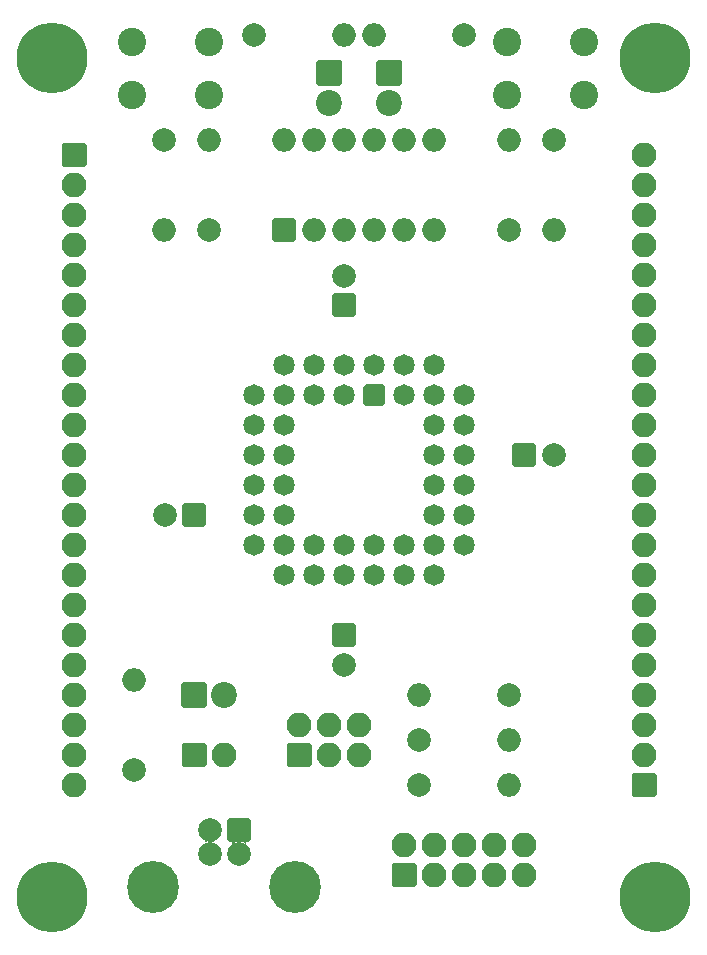
<source format=gbr>
%TF.GenerationSoftware,KiCad,Pcbnew,(5.1.7)-1*%
%TF.CreationDate,2022-07-04T22:41:30-03:00*%
%TF.ProjectId,ATF1502BR,41544631-3530-4324-9252-2e6b69636164,rev?*%
%TF.SameCoordinates,Original*%
%TF.FileFunction,Soldermask,Top*%
%TF.FilePolarity,Negative*%
%FSLAX46Y46*%
G04 Gerber Fmt 4.6, Leading zero omitted, Abs format (unit mm)*
G04 Created by KiCad (PCBNEW (5.1.7)-1) date 2022-07-04 22:41:30*
%MOMM*%
%LPD*%
G01*
G04 APERTURE LIST*
%ADD10C,6.000000*%
%ADD11C,4.400000*%
%ADD12C,2.000000*%
%ADD13O,2.000000X2.000000*%
%ADD14C,2.200000*%
%ADD15O,2.100000X2.100000*%
%ADD16C,2.400000*%
%ADD17C,1.822400*%
%ADD18C,0.100000*%
G04 APERTURE END LIST*
D10*
%TO.C,REF\u002A\u002A*%
X24500000Y-95500000D03*
%TD*%
%TO.C,REF\u002A\u002A*%
X75500000Y-95500000D03*
%TD*%
%TO.C,REF\u002A\u002A*%
X75500000Y-24500000D03*
%TD*%
%TO.C,REF\u002A\u002A*%
X24500000Y-24500000D03*
%TD*%
D11*
%TO.C,J1*%
X45070000Y-94710000D03*
X33070000Y-94710000D03*
D12*
X40320000Y-91850000D03*
X37820000Y-91850000D03*
X37820000Y-89850000D03*
G36*
G01*
X39320000Y-90650000D02*
X39320000Y-89050000D01*
G75*
G02*
X39520000Y-88850000I200000J0D01*
G01*
X41120000Y-88850000D01*
G75*
G02*
X41320000Y-89050000I0J-200000D01*
G01*
X41320000Y-90650000D01*
G75*
G02*
X41120000Y-90850000I-200000J0D01*
G01*
X39520000Y-90850000D01*
G75*
G02*
X39320000Y-90650000I0J200000D01*
G01*
G37*
%TD*%
D13*
%TO.C,R14*%
X31430000Y-77150000D03*
D12*
X31430000Y-84770000D03*
%TD*%
D14*
%TO.C,D8*%
X39050000Y-78420000D03*
G36*
G01*
X35410000Y-79320000D02*
X35410000Y-77520000D01*
G75*
G02*
X35610000Y-77320000I200000J0D01*
G01*
X37410000Y-77320000D01*
G75*
G02*
X37610000Y-77520000I0J-200000D01*
G01*
X37610000Y-79320000D01*
G75*
G02*
X37410000Y-79520000I-200000J0D01*
G01*
X35610000Y-79520000D01*
G75*
G02*
X35410000Y-79320000I0J200000D01*
G01*
G37*
%TD*%
D15*
%TO.C,J6*%
X50480000Y-80960000D03*
X50480000Y-83500000D03*
X47940000Y-80960000D03*
X47940000Y-83500000D03*
X45400000Y-80960000D03*
G36*
G01*
X46250000Y-84550000D02*
X44550000Y-84550000D01*
G75*
G02*
X44350000Y-84350000I0J200000D01*
G01*
X44350000Y-82650000D01*
G75*
G02*
X44550000Y-82450000I200000J0D01*
G01*
X46250000Y-82450000D01*
G75*
G02*
X46450000Y-82650000I0J-200000D01*
G01*
X46450000Y-84350000D01*
G75*
G02*
X46250000Y-84550000I-200000J0D01*
G01*
G37*
%TD*%
D13*
%TO.C,SW1*%
X44130000Y-31430000D03*
X56830000Y-39050000D03*
X46670000Y-31430000D03*
X54290000Y-39050000D03*
X49210000Y-31430000D03*
X51750000Y-39050000D03*
X51750000Y-31430000D03*
X49210000Y-39050000D03*
X54290000Y-31430000D03*
X46670000Y-39050000D03*
X56830000Y-31430000D03*
G36*
G01*
X44930000Y-40050000D02*
X43330000Y-40050000D01*
G75*
G02*
X43130000Y-39850000I0J200000D01*
G01*
X43130000Y-38250000D01*
G75*
G02*
X43330000Y-38050000I200000J0D01*
G01*
X44930000Y-38050000D01*
G75*
G02*
X45130000Y-38250000I0J-200000D01*
G01*
X45130000Y-39850000D01*
G75*
G02*
X44930000Y-40050000I-200000J0D01*
G01*
G37*
%TD*%
D16*
%TO.C,SW5*%
X31280000Y-27620000D03*
X31280000Y-23120000D03*
X37780000Y-27620000D03*
X37780000Y-23120000D03*
%TD*%
%TO.C,SW4*%
X63030000Y-27620000D03*
X63030000Y-23120000D03*
X69530000Y-27620000D03*
X69530000Y-23120000D03*
%TD*%
D13*
%TO.C,R16*%
X37780000Y-31430000D03*
D12*
X37780000Y-39050000D03*
%TD*%
D13*
%TO.C,R15*%
X63180000Y-31430000D03*
D12*
X63180000Y-39050000D03*
%TD*%
D13*
%TO.C,R13*%
X66990000Y-39050000D03*
D12*
X66990000Y-31430000D03*
%TD*%
D13*
%TO.C,R12*%
X33970000Y-39050000D03*
D12*
X33970000Y-31430000D03*
%TD*%
D13*
%TO.C,R5*%
X49210000Y-22540000D03*
D12*
X41590000Y-22540000D03*
%TD*%
D13*
%TO.C,R4*%
X51750000Y-22540000D03*
D12*
X59370000Y-22540000D03*
%TD*%
D13*
%TO.C,R3*%
X55560000Y-78420000D03*
D12*
X63180000Y-78420000D03*
%TD*%
D13*
%TO.C,R2*%
X63180000Y-82230000D03*
D12*
X55560000Y-82230000D03*
%TD*%
D13*
%TO.C,R1*%
X63180000Y-86040000D03*
D12*
X55560000Y-86040000D03*
%TD*%
D15*
%TO.C,J4*%
X64450000Y-91120000D03*
X64450000Y-93660000D03*
X61910000Y-91120000D03*
X61910000Y-93660000D03*
X59370000Y-91120000D03*
X59370000Y-93660000D03*
X56830000Y-91120000D03*
X56830000Y-93660000D03*
X54290000Y-91120000D03*
G36*
G01*
X55140000Y-94710000D02*
X53440000Y-94710000D01*
G75*
G02*
X53240000Y-94510000I0J200000D01*
G01*
X53240000Y-92810000D01*
G75*
G02*
X53440000Y-92610000I200000J0D01*
G01*
X55140000Y-92610000D01*
G75*
G02*
X55340000Y-92810000I0J-200000D01*
G01*
X55340000Y-94510000D01*
G75*
G02*
X55140000Y-94710000I-200000J0D01*
G01*
G37*
%TD*%
%TO.C,J2*%
X39050000Y-83500000D03*
G36*
G01*
X37360000Y-84550000D02*
X35660000Y-84550000D01*
G75*
G02*
X35460000Y-84350000I0J200000D01*
G01*
X35460000Y-82650000D01*
G75*
G02*
X35660000Y-82450000I200000J0D01*
G01*
X37360000Y-82450000D01*
G75*
G02*
X37560000Y-82650000I0J-200000D01*
G01*
X37560000Y-84350000D01*
G75*
G02*
X37360000Y-84550000I-200000J0D01*
G01*
G37*
%TD*%
D14*
%TO.C,D1*%
X47940000Y-28255000D03*
G36*
G01*
X47040000Y-24615000D02*
X48840000Y-24615000D01*
G75*
G02*
X49040000Y-24815000I0J-200000D01*
G01*
X49040000Y-26615000D01*
G75*
G02*
X48840000Y-26815000I-200000J0D01*
G01*
X47040000Y-26815000D01*
G75*
G02*
X46840000Y-26615000I0J200000D01*
G01*
X46840000Y-24815000D01*
G75*
G02*
X47040000Y-24615000I200000J0D01*
G01*
G37*
%TD*%
%TO.C,D0*%
X53020000Y-28255000D03*
G36*
G01*
X52120000Y-24615000D02*
X53920000Y-24615000D01*
G75*
G02*
X54120000Y-24815000I0J-200000D01*
G01*
X54120000Y-26615000D01*
G75*
G02*
X53920000Y-26815000I-200000J0D01*
G01*
X52120000Y-26815000D01*
G75*
G02*
X51920000Y-26615000I0J200000D01*
G01*
X51920000Y-24815000D01*
G75*
G02*
X52120000Y-24615000I200000J0D01*
G01*
G37*
%TD*%
D12*
%TO.C,C4*%
X49210000Y-75840000D03*
G36*
G01*
X48410000Y-72340000D02*
X50010000Y-72340000D01*
G75*
G02*
X50210000Y-72540000I0J-200000D01*
G01*
X50210000Y-74140000D01*
G75*
G02*
X50010000Y-74340000I-200000J0D01*
G01*
X48410000Y-74340000D01*
G75*
G02*
X48210000Y-74140000I0J200000D01*
G01*
X48210000Y-72540000D01*
G75*
G02*
X48410000Y-72340000I200000J0D01*
G01*
G37*
%TD*%
%TO.C,C3*%
X66950000Y-58100000D03*
G36*
G01*
X63450000Y-58900000D02*
X63450000Y-57300000D01*
G75*
G02*
X63650000Y-57100000I200000J0D01*
G01*
X65250000Y-57100000D01*
G75*
G02*
X65450000Y-57300000I0J-200000D01*
G01*
X65450000Y-58900000D01*
G75*
G02*
X65250000Y-59100000I-200000J0D01*
G01*
X63650000Y-59100000D01*
G75*
G02*
X63450000Y-58900000I0J200000D01*
G01*
G37*
%TD*%
%TO.C,C2*%
X34010000Y-63180000D03*
G36*
G01*
X37510000Y-62380000D02*
X37510000Y-63980000D01*
G75*
G02*
X37310000Y-64180000I-200000J0D01*
G01*
X35710000Y-64180000D01*
G75*
G02*
X35510000Y-63980000I0J200000D01*
G01*
X35510000Y-62380000D01*
G75*
G02*
X35710000Y-62180000I200000J0D01*
G01*
X37310000Y-62180000D01*
G75*
G02*
X37510000Y-62380000I0J-200000D01*
G01*
G37*
%TD*%
%TO.C,C1*%
X49210000Y-42900000D03*
G36*
G01*
X50010000Y-46400000D02*
X48410000Y-46400000D01*
G75*
G02*
X48210000Y-46200000I0J200000D01*
G01*
X48210000Y-44600000D01*
G75*
G02*
X48410000Y-44400000I200000J0D01*
G01*
X50010000Y-44400000D01*
G75*
G02*
X50210000Y-44600000I0J-200000D01*
G01*
X50210000Y-46200000D01*
G75*
G02*
X50010000Y-46400000I-200000J0D01*
G01*
G37*
%TD*%
D17*
%TO.C,U1*%
X59370000Y-53020000D03*
X59370000Y-55560000D03*
X59370000Y-58100000D03*
X59370000Y-60640000D03*
X59370000Y-63180000D03*
X56830000Y-50480000D03*
X56830000Y-55560000D03*
X56830000Y-58100000D03*
X56830000Y-60640000D03*
X56830000Y-63180000D03*
X56830000Y-65720000D03*
X56830000Y-68260000D03*
X54290000Y-68260000D03*
X51750000Y-68260000D03*
X49210000Y-68260000D03*
X46670000Y-68260000D03*
X44130000Y-68260000D03*
X59370000Y-65720000D03*
X54290000Y-65720000D03*
X51750000Y-65720000D03*
X49210000Y-65720000D03*
X46670000Y-65720000D03*
X44130000Y-65720000D03*
X41590000Y-65720000D03*
X41590000Y-63180000D03*
X41590000Y-60640000D03*
X41590000Y-58100000D03*
X41590000Y-55560000D03*
X41590000Y-53020000D03*
X44130000Y-63180000D03*
X44130000Y-60640000D03*
X44130000Y-58100000D03*
X44130000Y-55560000D03*
X44130000Y-53020000D03*
X54290000Y-50480000D03*
X51750000Y-50480000D03*
X44130000Y-50480000D03*
X46670000Y-50480000D03*
X49210000Y-50480000D03*
X56830000Y-53020000D03*
X54290000Y-53020000D03*
X46670000Y-53020000D03*
X49210000Y-53020000D03*
G36*
G01*
X50838800Y-53731200D02*
X50838800Y-52308800D01*
G75*
G02*
X51038800Y-52108800I200000J0D01*
G01*
X52461200Y-52108800D01*
G75*
G02*
X52661200Y-52308800I0J-200000D01*
G01*
X52661200Y-53731200D01*
G75*
G02*
X52461200Y-53931200I-200000J0D01*
G01*
X51038800Y-53931200D01*
G75*
G02*
X50838800Y-53731200I0J200000D01*
G01*
G37*
%TD*%
D15*
%TO.C,J5*%
X74610000Y-32700000D03*
X74610000Y-35240000D03*
X74610000Y-37780000D03*
X74610000Y-40320000D03*
X74610000Y-42860000D03*
X74610000Y-45400000D03*
X74610000Y-47940000D03*
X74610000Y-50480000D03*
X74610000Y-53020000D03*
X74610000Y-55560000D03*
X74610000Y-58100000D03*
X74610000Y-60640000D03*
X74610000Y-63180000D03*
X74610000Y-65720000D03*
X74610000Y-68260000D03*
X74610000Y-70800000D03*
X74610000Y-73340000D03*
X74610000Y-75880000D03*
X74610000Y-78420000D03*
X74610000Y-80960000D03*
X74610000Y-83500000D03*
G36*
G01*
X75660000Y-85190000D02*
X75660000Y-86890000D01*
G75*
G02*
X75460000Y-87090000I-200000J0D01*
G01*
X73760000Y-87090000D01*
G75*
G02*
X73560000Y-86890000I0J200000D01*
G01*
X73560000Y-85190000D01*
G75*
G02*
X73760000Y-84990000I200000J0D01*
G01*
X75460000Y-84990000D01*
G75*
G02*
X75660000Y-85190000I0J-200000D01*
G01*
G37*
%TD*%
%TO.C,J3*%
X26350000Y-86040000D03*
X26350000Y-83500000D03*
X26350000Y-80960000D03*
X26350000Y-78420000D03*
X26350000Y-75880000D03*
X26350000Y-73340000D03*
X26350000Y-70800000D03*
X26350000Y-68260000D03*
X26350000Y-65720000D03*
X26350000Y-63180000D03*
X26350000Y-60640000D03*
X26350000Y-58100000D03*
X26350000Y-55560000D03*
X26350000Y-53020000D03*
X26350000Y-50480000D03*
X26350000Y-47940000D03*
X26350000Y-45400000D03*
X26350000Y-42860000D03*
X26350000Y-40320000D03*
X26350000Y-37780000D03*
X26350000Y-35240000D03*
G36*
G01*
X25300000Y-33550000D02*
X25300000Y-31850000D01*
G75*
G02*
X25500000Y-31650000I200000J0D01*
G01*
X27200000Y-31650000D01*
G75*
G02*
X27400000Y-31850000I0J-200000D01*
G01*
X27400000Y-33550000D01*
G75*
G02*
X27200000Y-33750000I-200000J0D01*
G01*
X25500000Y-33750000D01*
G75*
G02*
X25300000Y-33550000I0J200000D01*
G01*
G37*
%TD*%
D18*
G36*
X41027395Y-90849000D02*
G01*
X41027395Y-90851000D01*
X41025859Y-90851990D01*
X41001672Y-90854372D01*
X40978597Y-90861372D01*
X40957333Y-90872737D01*
X40938696Y-90888032D01*
X40923401Y-90906669D01*
X40912036Y-90927933D01*
X40905036Y-90951008D01*
X40902673Y-90974999D01*
X40905036Y-90998990D01*
X40912036Y-91022065D01*
X40923401Y-91043329D01*
X40938696Y-91061966D01*
X40952744Y-91073494D01*
X40953448Y-91075366D01*
X40952180Y-91076912D01*
X40950364Y-91076703D01*
X40790450Y-90969852D01*
X40609703Y-90894984D01*
X40417818Y-90856815D01*
X40222182Y-90856815D01*
X40030297Y-90894984D01*
X39849550Y-90969852D01*
X39689635Y-91076704D01*
X39687639Y-91076835D01*
X39686528Y-91075172D01*
X39687255Y-91073495D01*
X39701305Y-91061964D01*
X39716600Y-91043327D01*
X39727965Y-91022063D01*
X39734965Y-90998988D01*
X39737327Y-90974997D01*
X39734964Y-90951006D01*
X39727963Y-90927931D01*
X39716598Y-90906668D01*
X39701302Y-90888031D01*
X39682665Y-90872736D01*
X39661401Y-90861371D01*
X39638326Y-90854371D01*
X39614141Y-90851990D01*
X39612515Y-90850825D01*
X39612711Y-90848835D01*
X39614337Y-90848000D01*
X41025663Y-90848000D01*
X41027395Y-90849000D01*
G37*
G36*
X38279369Y-90735821D02*
G01*
X38280134Y-90737669D01*
X38279094Y-90739172D01*
X38263066Y-90747738D01*
X38244429Y-90763033D01*
X38229134Y-90781670D01*
X38217769Y-90802934D01*
X38210769Y-90826009D01*
X38208406Y-90850000D01*
X38210769Y-90873991D01*
X38217769Y-90897066D01*
X38229134Y-90918330D01*
X38244429Y-90936967D01*
X38263066Y-90952262D01*
X38279094Y-90960828D01*
X38280150Y-90962527D01*
X38279207Y-90964290D01*
X38277386Y-90964440D01*
X38109703Y-90894984D01*
X37917818Y-90856815D01*
X37722182Y-90856815D01*
X37530297Y-90894984D01*
X37362614Y-90964440D01*
X37360631Y-90964179D01*
X37359866Y-90962331D01*
X37360906Y-90960828D01*
X37376934Y-90952262D01*
X37395571Y-90936967D01*
X37410866Y-90918330D01*
X37422231Y-90897066D01*
X37429231Y-90873991D01*
X37431594Y-90850000D01*
X37429231Y-90826009D01*
X37422231Y-90802934D01*
X37410866Y-90781670D01*
X37395571Y-90763033D01*
X37376934Y-90747738D01*
X37360906Y-90739172D01*
X37359850Y-90737473D01*
X37360793Y-90735710D01*
X37362614Y-90735560D01*
X37530297Y-90805016D01*
X37722182Y-90843185D01*
X37917818Y-90843185D01*
X38109703Y-90805016D01*
X38277386Y-90735560D01*
X38279369Y-90735821D01*
G37*
M02*

</source>
